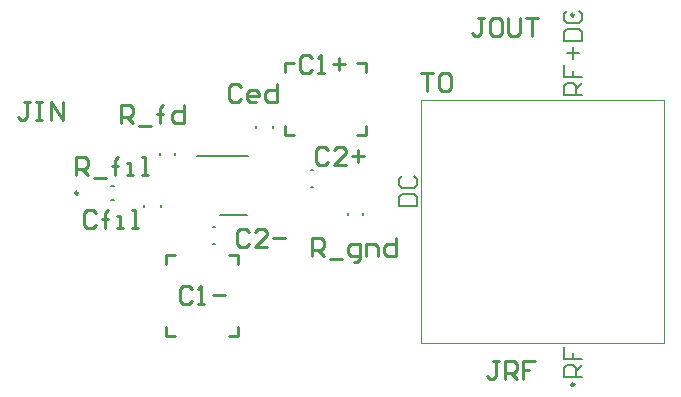
<source format=gbr>
%TF.GenerationSoftware,Altium Limited,Altium Designer,25.0.2 (28)*%
G04 Layer_Color=65535*
%FSLAX45Y45*%
%MOMM*%
%TF.SameCoordinates,851EA07A-CAD4-451F-9E8F-DAFD993EE7E7*%
%TF.FilePolarity,Positive*%
%TF.FileFunction,Legend,Top*%
%TF.Part,Single*%
G01*
G75*
%TA.AperFunction,NonConductor*%
%ADD37C,0.25000*%
%ADD38C,0.20000*%
%ADD39C,0.25400*%
%ADD40C,0.08000*%
%ADD41C,0.20320*%
D37*
X7340400Y3141090D02*
G03*
X7340400Y3141090I-12500J0D01*
G01*
Y6269610D02*
G03*
X7340400Y6269610I-12500J0D01*
G01*
X3140890Y4762500D02*
G03*
X3140890Y4762500I-12500J0D01*
G01*
D38*
X5110600Y4962000D02*
X5125600D01*
X5110600Y4817000D02*
X5125600D01*
X3699400Y4643240D02*
Y4658240D01*
X3844400Y4643240D02*
Y4658240D01*
X4646820Y5313800D02*
Y5328800D01*
X4791820Y5313800D02*
Y5328800D01*
X4345200Y4578500D02*
X4570200D01*
X4337700Y5076000D02*
X4577700D01*
X4150200D02*
X4370200D01*
X4285100Y4479400D02*
X4300100D01*
X4285100Y4334400D02*
X4300100D01*
X3961400Y5082700D02*
Y5102700D01*
X3836400Y5082700D02*
Y5102700D01*
X5548900Y4574700D02*
Y4594700D01*
X5423900Y4574700D02*
Y4594700D01*
X3420100Y4820000D02*
X3440100D01*
X3420100Y4705000D02*
X3440100D01*
D39*
X5499100Y5257800D02*
X5575300D01*
Y5334000D01*
X4889500Y5257800D02*
Y5334000D01*
Y5257800D02*
X4965700D01*
X4889500Y5867400D02*
X4965700D01*
X4889500Y5791200D02*
Y5867400D01*
X5575300Y5791200D02*
Y5867400D01*
X5499100D02*
X5575300D01*
X3886200Y3556000D02*
Y3632200D01*
Y3556000D02*
X3962400D01*
X3886200Y4241800D02*
X3962400D01*
X3886200Y4165600D02*
Y4241800D01*
X4495800Y4165600D02*
Y4241800D01*
X4419600D02*
X4495800D01*
X4419600Y3556000D02*
X4495800D01*
Y3632200D01*
X5257833Y5130783D02*
X5232441Y5156175D01*
X5181658D01*
X5156266Y5130783D01*
Y5029217D01*
X5181658Y5003825D01*
X5232441D01*
X5257833Y5029217D01*
X5410184Y5003825D02*
X5308617D01*
X5410184Y5105392D01*
Y5130783D01*
X5384792Y5156175D01*
X5334008D01*
X5308617Y5130783D01*
X5460967Y5080000D02*
X5562534D01*
X5511751Y5130783D02*
Y5029217D01*
X6705633Y3340075D02*
X6654849D01*
X6680241D01*
Y3213117D01*
X6654849Y3187725D01*
X6629458D01*
X6604066Y3213117D01*
X6756417Y3187725D02*
Y3340075D01*
X6832592D01*
X6857984Y3314683D01*
Y3263900D01*
X6832592Y3238508D01*
X6756417D01*
X6807200D02*
X6857984Y3187725D01*
X7010334Y3340075D02*
X6908767D01*
Y3263900D01*
X6959551D01*
X6908767D01*
Y3187725D01*
X6578658Y6248375D02*
X6527874D01*
X6553266D01*
Y6121417D01*
X6527874Y6096025D01*
X6502482D01*
X6477090Y6121417D01*
X6705617Y6248375D02*
X6654833D01*
X6629441Y6222983D01*
Y6121417D01*
X6654833Y6096025D01*
X6705617D01*
X6731008Y6121417D01*
Y6222983D01*
X6705617Y6248375D01*
X6781792D02*
Y6121417D01*
X6807184Y6096025D01*
X6857967D01*
X6883359Y6121417D01*
Y6248375D01*
X6934143D02*
X7035710D01*
X6984926D01*
Y6096025D01*
X3289341Y4597383D02*
X3263950Y4622775D01*
X3213166D01*
X3187774Y4597383D01*
Y4495817D01*
X3213166Y4470425D01*
X3263950D01*
X3289341Y4495817D01*
X3365517Y4470425D02*
Y4597383D01*
Y4546600D01*
X3340125D01*
X3390908D01*
X3365517D01*
Y4597383D01*
X3390908Y4622775D01*
X3467084Y4470425D02*
X3517867D01*
X3492476D01*
Y4571992D01*
X3467084D01*
X3594043Y4470425D02*
X3644826D01*
X3619434D01*
Y4622775D01*
X3594043D01*
X5118129Y5905483D02*
X5092737Y5930875D01*
X5041954D01*
X5016562Y5905483D01*
Y5803917D01*
X5041954Y5778525D01*
X5092737D01*
X5118129Y5803917D01*
X5168912Y5778525D02*
X5219696D01*
X5194304D01*
Y5930875D01*
X5168912Y5905483D01*
X5295871Y5854700D02*
X5397439D01*
X5346655Y5905483D02*
Y5803917D01*
X4521233Y5664183D02*
X4495841Y5689575D01*
X4445058D01*
X4419666Y5664183D01*
Y5562617D01*
X4445058Y5537225D01*
X4495841D01*
X4521233Y5562617D01*
X4648192Y5537225D02*
X4597408D01*
X4572017Y5562617D01*
Y5613400D01*
X4597408Y5638792D01*
X4648192D01*
X4673584Y5613400D01*
Y5588008D01*
X4572017D01*
X4825934Y5689575D02*
Y5537225D01*
X4749759D01*
X4724367Y5562617D01*
Y5613400D01*
X4749759Y5638792D01*
X4825934D01*
X4584733Y4432283D02*
X4559341Y4457675D01*
X4508558D01*
X4483166Y4432283D01*
Y4330717D01*
X4508558Y4305325D01*
X4559341D01*
X4584733Y4330717D01*
X4737084Y4305325D02*
X4635517D01*
X4737084Y4406892D01*
Y4432283D01*
X4711692Y4457675D01*
X4660908D01*
X4635517Y4432283D01*
X4787867Y4381500D02*
X4889434D01*
X3502369Y5356132D02*
Y5508483D01*
X3578544D01*
X3603936Y5483091D01*
Y5432307D01*
X3578544Y5406915D01*
X3502369D01*
X3553152D02*
X3603936Y5356132D01*
X3654719Y5330740D02*
X3756287D01*
X3832462Y5356132D02*
Y5483091D01*
Y5432307D01*
X3807070D01*
X3857854D01*
X3832462D01*
Y5483091D01*
X3857854Y5508483D01*
X4035596D02*
Y5356132D01*
X3959421D01*
X3934029Y5381524D01*
Y5432307D01*
X3959421Y5457699D01*
X4035596D01*
X6045241Y5778475D02*
X6146808D01*
X6096025D01*
Y5626125D01*
X6197592Y5753083D02*
X6222984Y5778475D01*
X6273767D01*
X6299159Y5753083D01*
Y5651517D01*
X6273767Y5626125D01*
X6222984D01*
X6197592Y5651517D01*
Y5753083D01*
X2730529Y5537175D02*
X2679745D01*
X2705137D01*
Y5410217D01*
X2679745Y5384825D01*
X2654354D01*
X2628962Y5410217D01*
X2781312Y5537175D02*
X2832096D01*
X2806704D01*
Y5384825D01*
X2781312D01*
X2832096D01*
X2908271D02*
Y5537175D01*
X3009839Y5384825D01*
Y5537175D01*
X5118215Y4229117D02*
Y4381467D01*
X5194390D01*
X5219782Y4356075D01*
Y4305292D01*
X5194390Y4279900D01*
X5118215D01*
X5168999D02*
X5219782Y4229117D01*
X5270566Y4203725D02*
X5372133D01*
X5473700Y4178333D02*
X5499092D01*
X5524484Y4203725D01*
Y4330684D01*
X5448308D01*
X5422917Y4305292D01*
Y4254508D01*
X5448308Y4229117D01*
X5524484D01*
X5575267D02*
Y4330684D01*
X5651443D01*
X5676834Y4305292D01*
Y4229117D01*
X5829185Y4381467D02*
Y4229117D01*
X5753010D01*
X5727618Y4254508D01*
Y4305292D01*
X5753010Y4330684D01*
X5829185D01*
X4102129Y3949683D02*
X4076737Y3975075D01*
X4025954D01*
X4000562Y3949683D01*
Y3848117D01*
X4025954Y3822725D01*
X4076737D01*
X4102129Y3848117D01*
X4152912Y3822725D02*
X4203696D01*
X4178304D01*
Y3975075D01*
X4152912Y3949683D01*
X4279871Y3898900D02*
X4381439D01*
X3124527Y4913837D02*
X3123984Y5066186D01*
X3200159Y5066457D01*
X3225641Y5041156D01*
X3225822Y4990373D01*
X3200521Y4964891D01*
X3124346Y4964620D01*
X3175129Y4964800D02*
X3226093Y4914198D01*
X3276967Y4888987D02*
X3378533Y4889349D01*
X3454618Y4915012D02*
X3454166Y5041970D01*
X3454347Y4991186D01*
X3428955Y4991096D01*
X3479738Y4991277D01*
X3454347Y4991186D01*
X3454166Y5041970D01*
X3479467Y5067452D01*
X3556184Y4915373D02*
X3606967Y4915554D01*
X3581576Y4915463D01*
X3581214Y5017030D01*
X3555823Y5016940D01*
X3683142Y4915825D02*
X3733925Y4916006D01*
X3708534Y4915915D01*
X3707992Y5068265D01*
X3682600Y5068175D01*
D40*
X6045200Y3492500D02*
X8102600D01*
X6045200D02*
Y5549900D01*
X8102600D01*
Y3492500D02*
Y5549900D01*
D41*
X7409180Y5595620D02*
X7256829D01*
Y5671795D01*
X7282221Y5697187D01*
X7333005D01*
X7358397Y5671795D01*
Y5595620D01*
Y5646403D02*
X7409180Y5697187D01*
X7256829Y5849538D02*
Y5747971D01*
X7333005D01*
Y5798754D01*
Y5747971D01*
X7409180D01*
X7333005Y5900321D02*
Y6001889D01*
X7282221Y5951105D02*
X7383788D01*
X7256829Y6052672D02*
X7409180D01*
Y6128848D01*
X7383788Y6154239D01*
X7282221D01*
X7256829Y6128848D01*
Y6052672D01*
X7282221Y6306590D02*
X7256829Y6281198D01*
Y6230415D01*
X7282221Y6205023D01*
X7383788D01*
X7409180Y6230415D01*
Y6281198D01*
X7383788Y6306590D01*
X5859829Y4655820D02*
X6012180D01*
Y4731995D01*
X5986788Y4757387D01*
X5885221D01*
X5859829Y4731995D01*
Y4655820D01*
X5885221Y4909738D02*
X5859829Y4884346D01*
Y4833563D01*
X5885221Y4808171D01*
X5986788D01*
X6012180Y4833563D01*
Y4884346D01*
X5986788Y4909738D01*
X7409180Y3208020D02*
X7256829D01*
Y3284195D01*
X7282221Y3309587D01*
X7333005D01*
X7358397Y3284195D01*
Y3208020D01*
Y3258803D02*
X7409180Y3309587D01*
X7256829Y3461938D02*
Y3360371D01*
X7333005D01*
Y3411154D01*
Y3360371D01*
X7409180D01*
%TF.MD5,273b3f7ff7e456246c55ad72f4cc353b*%
M02*

</source>
